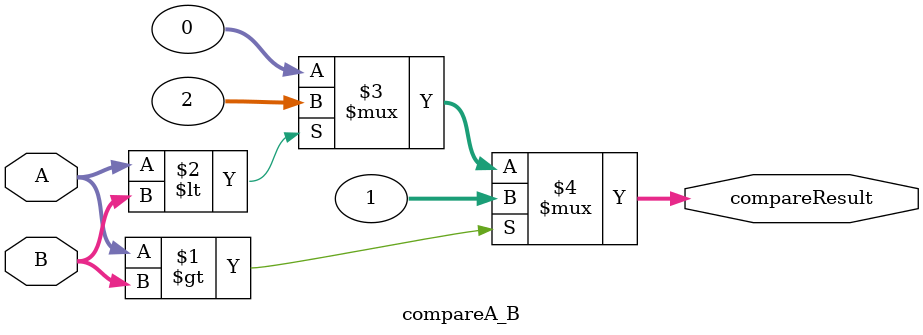
<source format=v>
module ALU (A,B,op,overflow,Result); 

output  reg [31:0] Result;
output wire overflow;
input signed [31:0]  A,B;
input  wire [3:0] op;
wire [31:0] compareResult;
wire[31:0] Bnegated;
assign Bnegated = -B;
//input wire[5:0] shift ; 
/*
0000 A+B  
0001 A-B 
0010 SLL
0011 SRL 
0100 SRA
0101 Negate
0110 (A>b)1:((b<A)2:0)
0111 (A&B)
1000 (A|B)
*/
 
//Result
/*assign Result = (op==4'b0000)?(A+B):((op==4'b0001)?A-B:((op==4'b0010)?A<<shift:((op==4'b0011)?A>>shift:((op==4'b0100)?A>>>shift:((op==4'b0101)?-A:
((op==4'b0111)?A&B:((op==4'b1000)?A|B:((op==4'b0110)?compareResult:32'h00000000))))))));   
*/

always @*
begin
if(op==4'b0000)
begin Result = A+B; end
else if (op==4'b0001) begin  Result =A-B; end
else if (op==4'b0010) begin  Result =A<<1; end
else if (op ==4'b0011)begin  Result =A>>1; end
else if (op==4'b0100) begin  Result =A>>>1; end
else if (op==4'b0101) begin  Result =-A; end
else if (op==4'b0111) begin  Result =A&B; end
else if (op==4'b1000) begin  Result =A|B; end
else if (op==4'b0110) begin  Result =compareResult; end
else begin Result= 0; end
end


//OverFlow
assign overflow = ( (A[31]==B[31]) && (Result[31]==~A[31]) && op==4'b0000)?1'b1:
((  (A[31]==Bnegated[31])  &&  (Result[31]==~A[31]) && op==4'b0001)?1'b1:1'b0);


compareA_B comp (A,B,compareResult);



endmodule






module compareA_B (A,B,compareResult);  


input wire [31:0] A,B;
output wire [31:0]compareResult; 

assign compareResult = (A>B)?1:((A<B)?2:0);



endmodule

</source>
